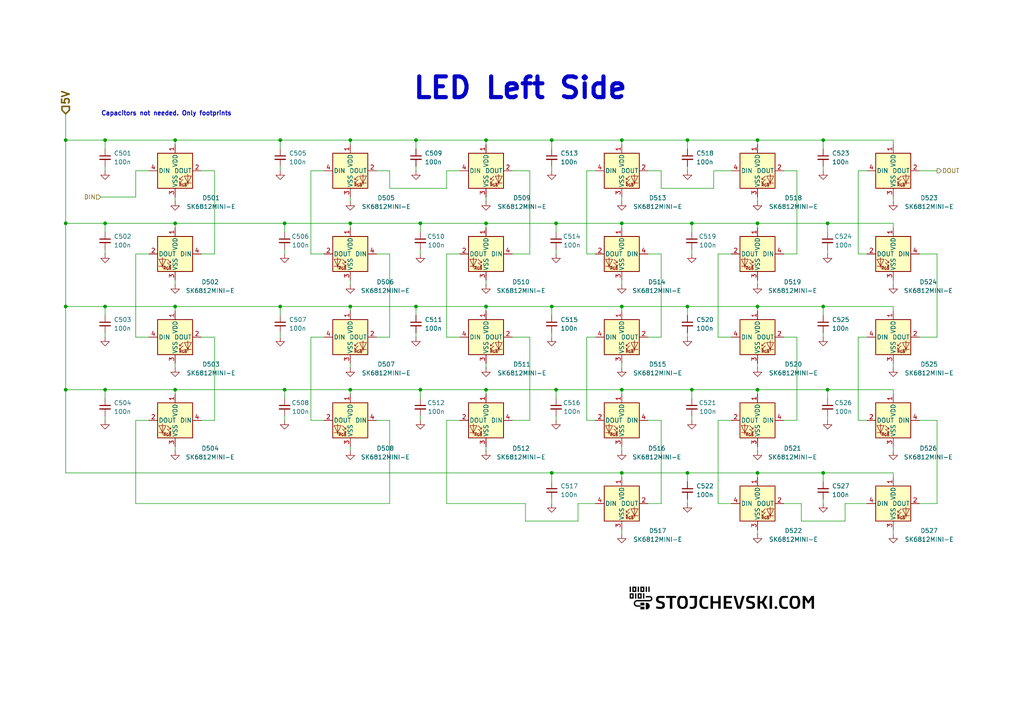
<source format=kicad_sch>
(kicad_sch (version 20231120) (generator "eeschema") (generator_version "8.0")
  (paper "A4")
  (title_block (title "phnx") (date "2024-03-14") (rev "A"))
  (lib_symbols
    (symbol "Device:C_Small" (pin_numbers hide) (pin_names (offset 0.254) hide)
      (property "Reference" "C" (at 0.254 1.778 0))
      (property "Value" "C_Small" (at 0.254 -2.032 0))
      (symbol "C_Small_0_1"
        (polyline (pts (xy -1.524 -0.508) (xy 1.524 -0.508)) (stroke (width 0.3302)))
        (polyline (pts (xy -1.524 0.508) (xy 1.524 0.508)) (stroke (width 0.3048)))
      )
      (symbol "C_Small_1_1"
        (pin passive line (at 0 2.54 270) (length 2.032) (name "~") (number "1"))
        (pin passive line (at 0 -2.54 90) (length 2.032) (name "~") (number "2"))
      )
    )
    (symbol "LED:SK6812MINI-E" (pin_names (offset 0.254))
      (property "Reference" "D" (at 5.08 5.715 0))
      (property "Value" "SK6812MINI-E" (at 1.27 -5.715 0))
      (symbol "SK6812MINI-E_0_0"
        (text "RGB" (at 2.286 -4.191 0) (effects (font (size 0.762 0.762))))
      )
      (symbol "SK6812MINI-E_0_1"
        (polyline (pts (xy 1.27 -3.556) (xy 1.778 -3.556)))
        (polyline (pts (xy 1.27 -2.54) (xy 1.778 -2.54)))
        (polyline (pts (xy 4.699 -3.556) (xy 2.667 -3.556)))
        (polyline (pts (xy 2.286 -2.54) (xy 1.27 -3.556) (xy 1.27 -3.048)))
        (polyline (pts (xy 2.286 -1.524) (xy 1.27 -2.54) (xy 1.27 -2.032)))
        (polyline (pts (xy 3.683 -1.016) (xy 3.683 -3.556) (xy 3.683 -4.064)))
        (polyline (pts (xy 4.699 -1.524) (xy 2.667 -1.524) (xy 3.683 -3.556) (xy 4.699 -1.524)))
        (rectangle (start 5.08 5.08) (end -5.08 -5.08) (stroke (width 0.254)) (fill (type background)))
      )
      (symbol "SK6812MINI-E_1_1"
        (pin power_in line (at 0 7.62 270) (length 2.54) (name "VDD") (number "1"))
        (pin output line (at 7.62 0 180) (length 2.54) (name "DOUT") (number "2"))
        (pin power_in line (at 0 -7.62 90) (length 2.54) (name "VSS") (number "3"))
        (pin input line (at -7.62 0 0) (length 2.54) (name "DIN") (number "4"))
      )
    )
    (symbol "power:GND" (power) (pin_numbers hide) (pin_names (offset 0) hide)
      (property "Value" "GND" (at 0 -3.81 0))
      (symbol "GND_0_1"
        (polyline (pts (xy 0 0) (xy 0 -1.27) (xy 1.27 -1.27) (xy 0 -2.54) (xy -1.27 -1.27) (xy 0 -1.27)))
      )
      (symbol "GND_1_1"
        (pin power_in line (at 0 0 270) (length 0) (name "~") (number "1"))
      )
    )
  )
  (junction (at 219.71 137.16))
  (junction (at 240.03 113.03))
  (junction (at 160.02 40.64))
  (junction (at 120.65 40.64))
  (junction (at 200.66 113.03))
  (junction (at 30.48 88.9))
  (junction (at 121.92 64.77))
  (junction (at 82.55 113.03))
  (junction (at 101.6 40.64))
  (junction (at 101.6 113.03))
  (junction (at 82.55 64.77))
  (junction (at 199.39 88.9))
  (junction (at 19.05 113.03))
  (junction (at 219.71 88.9))
  (junction (at 121.92 113.03))
  (junction (at 160.02 137.16))
  (junction (at 200.66 64.77))
  (junction (at 81.28 40.64))
  (junction (at 19.05 88.9))
  (junction (at 180.34 113.03))
  (junction (at 50.8 64.77))
  (junction (at 81.28 88.9))
  (junction (at 50.8 40.64))
  (junction (at 140.97 40.64))
  (junction (at 140.97 64.77))
  (junction (at 180.34 40.64))
  (junction (at 238.76 88.9))
  (junction (at 50.8 88.9))
  (junction (at 101.6 88.9))
  (junction (at 30.48 40.64))
  (junction (at 180.34 64.77))
  (junction (at 240.03 64.77))
  (junction (at 160.02 88.9))
  (junction (at 140.97 113.03))
  (junction (at 101.6 64.77))
  (junction (at 19.05 40.64))
  (junction (at 180.34 88.9))
  (junction (at 219.71 40.64))
  (junction (at 30.48 113.03))
  (junction (at 199.39 40.64))
  (junction (at 238.76 40.64))
  (junction (at 161.29 113.03))
  (junction (at 30.48 64.77))
  (junction (at 219.71 113.03))
  (junction (at 219.71 64.77))
  (junction (at 120.65 88.9))
  (junction (at 140.97 88.9))
  (junction (at 199.39 137.16))
  (junction (at 238.76 137.16))
  (junction (at 19.05 64.77))
  (junction (at 50.8 113.03))
  (junction (at 161.29 64.77))
  (junction (at 180.34 137.16))
  (wire (pts (xy 129.54 49.53) (xy 133.35 49.53)))
  (wire (pts (xy 62.23 49.53) (xy 62.23 73.66)))
  (wire (pts (xy 199.39 88.9) (xy 219.71 88.9)))
  (wire (pts (xy 199.39 40.64) (xy 219.71 40.64)))
  (wire (pts (xy 109.22 97.79) (xy 113.03 97.79)))
  (wire (pts (xy 43.18 121.92) (xy 39.37 121.92)))
  (wire (pts (xy 101.6 64.77) (xy 101.6 66.04)))
  (wire (pts (xy 219.71 64.77) (xy 219.71 66.04)))
  (wire (pts (xy 19.05 88.9) (xy 30.48 88.9)))
  (wire (pts (xy 219.71 40.64) (xy 219.71 41.91)))
  (wire (pts (xy 219.71 40.64) (xy 238.76 40.64)))
  (wire (pts (xy 208.28 97.79) (xy 212.09 97.79)))
  (wire (pts (xy 101.6 64.77) (xy 82.55 64.77)))
  (wire (pts (xy 101.6 113.03) (xy 101.6 114.3)))
  (wire (pts (xy 19.05 40.64) (xy 30.48 40.64)))
  (wire (pts (xy 199.39 40.64) (xy 199.39 43.18)))
  (wire (pts (xy 50.8 40.64) (xy 81.28 40.64)))
  (wire (pts (xy 172.72 73.66) (xy 170.18 73.66)))
  (wire (pts (xy 160.02 144.78) (xy 160.02 146.05)))
  (wire (pts (xy 180.34 129.54) (xy 180.34 130.81)))
  (wire (pts (xy 113.03 97.79) (xy 113.03 73.66)))
  (wire (pts (xy 101.6 88.9) (xy 101.6 90.17)))
  (wire (pts (xy 160.02 137.16) (xy 180.34 137.16)))
  (wire (pts (xy 180.34 57.15) (xy 180.34 58.42)))
  (wire (pts (xy 219.71 137.16) (xy 219.71 138.43)))
  (wire (pts (xy 30.48 40.64) (xy 30.48 43.18)))
  (wire (pts (xy 259.08 88.9) (xy 259.08 90.17)))
  (wire (pts (xy 29.21 57.15) (xy 39.37 57.15)))
  (wire (pts (xy 219.71 113.03) (xy 200.66 113.03)))
  (wire (pts (xy 259.08 137.16) (xy 259.08 138.43)))
  (wire (pts (xy 140.97 64.77) (xy 140.97 66.04)))
  (wire (pts (xy 19.05 137.16) (xy 160.02 137.16)))
  (wire (pts (xy 50.8 81.28) (xy 50.8 82.55)))
  (wire (pts (xy 180.34 64.77) (xy 180.34 66.04)))
  (wire (pts (xy 140.97 57.15) (xy 140.97 58.42)))
  (wire (pts (xy 101.6 105.41) (xy 101.6 106.68)))
  (wire (pts (xy 200.66 64.77) (xy 200.66 67.31)))
  (wire (pts (xy 259.08 113.03) (xy 240.03 113.03)))
  (wire (pts (xy 219.71 129.54) (xy 219.71 130.81)))
  (wire (pts (xy 266.7 146.05) (xy 271.78 146.05)))
  (wire (pts (xy 81.28 40.64) (xy 101.6 40.64)))
  (wire (pts (xy 200.66 120.65) (xy 200.66 121.92)))
  (wire (pts (xy 101.6 40.64) (xy 120.65 40.64)))
  (wire (pts (xy 160.02 88.9) (xy 180.34 88.9)))
  (wire (pts (xy 231.14 121.92) (xy 227.33 121.92)))
  (wire (pts (xy 101.6 113.03) (xy 82.55 113.03)))
  (wire (pts (xy 191.77 121.92) (xy 187.96 121.92)))
  (wire (pts (xy 152.4 146.05) (xy 129.54 146.05)))
  (wire (pts (xy 113.03 54.61) (xy 113.03 49.53)))
  (wire (pts (xy 152.4 151.13) (xy 167.64 151.13)))
  (wire (pts (xy 148.59 49.53) (xy 153.67 49.53)))
  (wire (pts (xy 39.37 49.53) (xy 43.18 49.53)))
  (wire (pts (xy 140.97 81.28) (xy 140.97 82.55)))
  (wire (pts (xy 208.28 73.66) (xy 208.28 97.79)))
  (wire (pts (xy 259.08 40.64) (xy 259.08 41.91)))
  (wire (pts (xy 50.8 64.77) (xy 82.55 64.77)))
  (wire (pts (xy 82.55 72.39) (xy 82.55 73.66)))
  (wire (pts (xy 259.08 81.28) (xy 259.08 82.55)))
  (wire (pts (xy 101.6 88.9) (xy 120.65 88.9)))
  (wire (pts (xy 259.08 153.67) (xy 259.08 154.94)))
  (wire (pts (xy 90.17 97.79) (xy 90.17 121.92)))
  (wire (pts (xy 161.29 120.65) (xy 161.29 121.92)))
  (wire (pts (xy 180.34 64.77) (xy 161.29 64.77)))
  (wire (pts (xy 113.03 49.53) (xy 109.22 49.53)))
  (wire (pts (xy 238.76 137.16) (xy 238.76 139.7)))
  (wire (pts (xy 133.35 121.92) (xy 129.54 121.92)))
  (wire (pts (xy 231.14 49.53) (xy 231.14 73.66)))
  (wire (pts (xy 180.34 88.9) (xy 180.34 90.17)))
  (wire (pts (xy 180.34 113.03) (xy 180.34 114.3)))
  (wire (pts (xy 199.39 48.26) (xy 199.39 49.53)))
  (wire (pts (xy 82.55 113.03) (xy 82.55 115.57)))
  (wire (pts (xy 212.09 73.66) (xy 208.28 73.66)))
  (wire (pts (xy 140.97 113.03) (xy 140.97 114.3)))
  (wire (pts (xy 248.92 121.92) (xy 248.92 97.79)))
  (wire (pts (xy 82.55 64.77) (xy 82.55 67.31)))
  (wire (pts (xy 30.48 40.64) (xy 50.8 40.64)))
  (wire (pts (xy 140.97 40.64) (xy 140.97 41.91)))
  (wire (pts (xy 50.8 64.77) (xy 50.8 66.04)))
  (wire (pts (xy 121.92 113.03) (xy 121.92 115.57)))
  (wire (pts (xy 180.34 105.41) (xy 180.34 106.68)))
  (wire (pts (xy 199.39 137.16) (xy 219.71 137.16)))
  (wire (pts (xy 121.92 64.77) (xy 121.92 67.31)))
  (wire (pts (xy 30.48 72.39) (xy 30.48 73.66)))
  (wire (pts (xy 50.8 129.54) (xy 50.8 130.81)))
  (wire (pts (xy 180.34 88.9) (xy 199.39 88.9)))
  (wire (pts (xy 231.14 73.66) (xy 227.33 73.66)))
  (wire (pts (xy 90.17 49.53) (xy 90.17 73.66)))
  (wire (pts (xy 160.02 40.64) (xy 160.02 43.18)))
  (wire (pts (xy 161.29 113.03) (xy 140.97 113.03)))
  (wire (pts (xy 219.71 105.41) (xy 219.71 106.68)))
  (wire (pts (xy 93.98 73.66) (xy 90.17 73.66)))
  (wire (pts (xy 50.8 113.03) (xy 82.55 113.03)))
  (wire (pts (xy 121.92 120.65) (xy 121.92 121.92)))
  (wire (pts (xy 58.42 97.79) (xy 62.23 97.79)))
  (wire (pts (xy 240.03 64.77) (xy 219.71 64.77)))
  (wire (pts (xy 199.39 88.9) (xy 199.39 91.44)))
  (wire (pts (xy 121.92 64.77) (xy 101.6 64.77)))
  (wire (pts (xy 81.28 40.64) (xy 81.28 43.18)))
  (wire (pts (xy 191.77 73.66) (xy 187.96 73.66)))
  (wire (pts (xy 19.05 33.02) (xy 19.05 40.64)))
  (wire (pts (xy 140.97 64.77) (xy 121.92 64.77)))
  (wire (pts (xy 240.03 113.03) (xy 240.03 115.57)))
  (wire (pts (xy 30.48 120.65) (xy 30.48 121.92)))
  (wire (pts (xy 245.11 151.13) (xy 245.11 146.05)))
  (wire (pts (xy 90.17 49.53) (xy 93.98 49.53)))
  (wire (pts (xy 238.76 48.26) (xy 238.76 49.53)))
  (wire (pts (xy 259.08 64.77) (xy 240.03 64.77)))
  (wire (pts (xy 207.01 49.53) (xy 212.09 49.53)))
  (wire (pts (xy 187.96 146.05) (xy 191.77 146.05)))
  (wire (pts (xy 19.05 64.77) (xy 19.05 88.9)))
  (wire (pts (xy 101.6 40.64) (xy 101.6 41.91)))
  (wire (pts (xy 259.08 64.77) (xy 259.08 66.04)))
  (wire (pts (xy 232.41 146.05) (xy 232.41 151.13)))
  (wire (pts (xy 30.48 64.77) (xy 50.8 64.77)))
  (wire (pts (xy 19.05 40.64) (xy 19.05 64.77)))
  (wire (pts (xy 153.67 97.79) (xy 153.67 121.92)))
  (wire (pts (xy 167.64 151.13) (xy 167.64 146.05)))
  (wire (pts (xy 101.6 81.28) (xy 101.6 82.55)))
  (wire (pts (xy 259.08 57.15) (xy 259.08 58.42)))
  (wire (pts (xy 199.39 96.52) (xy 199.39 97.79)))
  (wire (pts (xy 30.48 88.9) (xy 30.48 91.44)))
  (wire (pts (xy 113.03 73.66) (xy 109.22 73.66)))
  (wire (pts (xy 161.29 113.03) (xy 161.29 115.57)))
  (wire (pts (xy 39.37 121.92) (xy 39.37 146.05)))
  (wire (pts (xy 200.66 64.77) (xy 180.34 64.77)))
  (wire (pts (xy 219.71 137.16) (xy 238.76 137.16)))
  (wire (pts (xy 271.78 121.92) (xy 266.7 121.92)))
  (wire (pts (xy 153.67 121.92) (xy 148.59 121.92)))
  (wire (pts (xy 227.33 97.79) (xy 231.14 97.79)))
  (wire (pts (xy 140.97 88.9) (xy 160.02 88.9)))
  (wire (pts (xy 248.92 97.79) (xy 251.46 97.79)))
  (wire (pts (xy 199.39 144.78) (xy 199.39 146.05)))
  (wire (pts (xy 148.59 97.79) (xy 153.67 97.79)))
  (wire (pts (xy 129.54 121.92) (xy 129.54 146.05)))
  (wire (pts (xy 238.76 40.64) (xy 259.08 40.64)))
  (wire (pts (xy 62.23 121.92) (xy 58.42 121.92)))
  (wire (pts (xy 129.54 97.79) (xy 133.35 97.79)))
  (wire (pts (xy 191.77 146.05) (xy 191.77 121.92)))
  (wire (pts (xy 140.97 113.03) (xy 121.92 113.03)))
  (wire (pts (xy 187.96 49.53) (xy 191.77 49.53)))
  (wire (pts (xy 161.29 64.77) (xy 161.29 67.31)))
  (wire (pts (xy 180.34 40.64) (xy 180.34 41.91)))
  (wire (pts (xy 140.97 105.41) (xy 140.97 106.68)))
  (wire (pts (xy 120.65 40.64) (xy 140.97 40.64)))
  (wire (pts (xy 271.78 121.92) (xy 271.78 146.05)))
  (wire (pts (xy 120.65 88.9) (xy 120.65 91.44)))
  (wire (pts (xy 153.67 73.66) (xy 148.59 73.66)))
  (wire (pts (xy 39.37 97.79) (xy 43.18 97.79)))
  (wire (pts (xy 50.8 57.15) (xy 50.8 58.42)))
  (wire (pts (xy 160.02 88.9) (xy 160.02 91.44)))
  (wire (pts (xy 140.97 40.64) (xy 160.02 40.64)))
  (wire (pts (xy 200.66 113.03) (xy 180.34 113.03)))
  (wire (pts (xy 43.18 73.66) (xy 39.37 73.66)))
  (wire (pts (xy 180.34 81.28) (xy 180.34 82.55)))
  (wire (pts (xy 62.23 73.66) (xy 58.42 73.66)))
  (wire (pts (xy 238.76 88.9) (xy 238.76 91.44)))
  (wire (pts (xy 30.48 113.03) (xy 50.8 113.03)))
  (wire (pts (xy 251.46 73.66) (xy 248.92 73.66)))
  (wire (pts (xy 207.01 54.61) (xy 207.01 49.53)))
  (wire (pts (xy 160.02 48.26) (xy 160.02 49.53)))
  (wire (pts (xy 227.33 146.05) (xy 232.41 146.05)))
  (wire (pts (xy 238.76 40.64) (xy 238.76 43.18)))
  (wire (pts (xy 191.77 54.61) (xy 207.01 54.61)))
  (wire (pts (xy 19.05 113.03) (xy 19.05 137.16)))
  (wire (pts (xy 81.28 48.26) (xy 81.28 49.53)))
  (wire (pts (xy 81.28 96.52) (xy 81.28 97.79)))
  (wire (pts (xy 81.28 88.9) (xy 81.28 91.44)))
  (wire (pts (xy 19.05 64.77) (xy 30.48 64.77)))
  (wire (pts (xy 259.08 113.03) (xy 259.08 114.3)))
  (wire (pts (xy 120.65 40.64) (xy 120.65 43.18)))
  (wire (pts (xy 101.6 129.54) (xy 101.6 130.81)))
  (wire (pts (xy 129.54 73.66) (xy 129.54 97.79)))
  (wire (pts (xy 101.6 57.15) (xy 101.6 58.42)))
  (wire (pts (xy 82.55 120.65) (xy 82.55 121.92)))
  (wire (pts (xy 19.05 113.03) (xy 30.48 113.03)))
  (wire (pts (xy 39.37 146.05) (xy 113.03 146.05)))
  (wire (pts (xy 180.34 153.67) (xy 180.34 154.94)))
  (wire (pts (xy 208.28 121.92) (xy 208.28 146.05)))
  (wire (pts (xy 219.71 81.28) (xy 219.71 82.55)))
  (wire (pts (xy 191.77 97.79) (xy 191.77 73.66)))
  (wire (pts (xy 219.71 88.9) (xy 238.76 88.9)))
  (wire (pts (xy 248.92 49.53) (xy 251.46 49.53)))
  (wire (pts (xy 113.03 121.92) (xy 109.22 121.92)))
  (wire (pts (xy 212.09 121.92) (xy 208.28 121.92)))
  (wire (pts (xy 129.54 54.61) (xy 129.54 49.53)))
  (wire (pts (xy 200.66 72.39) (xy 200.66 73.66)))
  (wire (pts (xy 231.14 97.79) (xy 231.14 121.92)))
  (wire (pts (xy 240.03 64.77) (xy 240.03 67.31)))
  (wire (pts (xy 113.03 121.92) (xy 113.03 146.05)))
  (wire (pts (xy 81.28 88.9) (xy 101.6 88.9)))
  (wire (pts (xy 30.48 88.9) (xy 50.8 88.9)))
  (wire (pts (xy 238.76 96.52) (xy 238.76 97.79)))
  (wire (pts (xy 50.8 88.9) (xy 50.8 90.17)))
  (wire (pts (xy 153.67 49.53) (xy 153.67 73.66)))
  (wire (pts (xy 120.65 88.9) (xy 140.97 88.9)))
  (wire (pts (xy 58.42 49.53) (xy 62.23 49.53)))
  (wire (pts (xy 133.35 73.66) (xy 129.54 73.66)))
  (wire (pts (xy 172.72 121.92) (xy 170.18 121.92)))
  (wire (pts (xy 240.03 113.03) (xy 219.71 113.03)))
  (wire (pts (xy 39.37 49.53) (xy 39.37 57.15)))
  (wire (pts (xy 30.48 113.03) (xy 30.48 115.57)))
  (wire (pts (xy 160.02 137.16) (xy 160.02 139.7)))
  (wire (pts (xy 219.71 64.77) (xy 200.66 64.77)))
  (wire (pts (xy 121.92 113.03) (xy 101.6 113.03)))
  (wire (pts (xy 271.78 73.66) (xy 266.7 73.66)))
  (wire (pts (xy 62.23 97.79) (xy 62.23 121.92)))
  (wire (pts (xy 170.18 49.53) (xy 172.72 49.53)))
  (wire (pts (xy 30.48 48.26) (xy 30.48 49.53)))
  (wire (pts (xy 238.76 144.78) (xy 238.76 146.05)))
  (wire (pts (xy 50.8 113.03) (xy 50.8 114.3)))
  (wire (pts (xy 232.41 151.13) (xy 245.11 151.13)))
  (wire (pts (xy 240.03 72.39) (xy 240.03 73.66)))
  (wire (pts (xy 170.18 73.66) (xy 170.18 49.53)))
  (wire (pts (xy 50.8 88.9) (xy 81.28 88.9)))
  (wire (pts (xy 167.64 146.05) (xy 172.72 146.05)))
  (wire (pts (xy 30.48 64.77) (xy 30.48 67.31)))
  (wire (pts (xy 266.7 97.79) (xy 271.78 97.79)))
  (wire (pts (xy 259.08 105.41) (xy 259.08 106.68)))
  (wire (pts (xy 170.18 121.92) (xy 170.18 97.79)))
  (wire (pts (xy 90.17 97.79) (xy 93.98 97.79)))
  (wire (pts (xy 180.34 137.16) (xy 180.34 138.43)))
  (wire (pts (xy 191.77 49.53) (xy 191.77 54.61)))
  (wire (pts (xy 50.8 40.64) (xy 50.8 41.91)))
  (wire (pts (xy 259.08 129.54) (xy 259.08 130.81)))
  (wire (pts (xy 140.97 129.54) (xy 140.97 130.81)))
  (wire (pts (xy 160.02 40.64) (xy 180.34 40.64)))
  (wire (pts (xy 140.97 88.9) (xy 140.97 90.17)))
  (wire (pts (xy 199.39 137.16) (xy 199.39 139.7)))
  (wire (pts (xy 180.34 113.03) (xy 161.29 113.03)))
  (wire (pts (xy 200.66 113.03) (xy 200.66 115.57)))
  (wire (pts (xy 170.18 97.79) (xy 172.72 97.79)))
  (wire (pts (xy 120.65 48.26) (xy 120.65 49.53)))
  (wire (pts (xy 251.46 121.92) (xy 248.92 121.92)))
  (wire (pts (xy 266.7 49.53) (xy 271.78 49.53)))
  (wire (pts (xy 113.03 54.61) (xy 129.54 54.61)))
  (wire (pts (xy 180.34 40.64) (xy 199.39 40.64)))
  (wire (pts (xy 161.29 64.77) (xy 140.97 64.77)))
  (wire (pts (xy 39.37 73.66) (xy 39.37 97.79)))
  (wire (pts (xy 238.76 137.16) (xy 259.08 137.16)))
  (wire (pts (xy 93.98 121.92) (xy 90.17 121.92)))
  (wire (pts (xy 271.78 97.79) (xy 271.78 73.66)))
  (wire (pts (xy 160.02 96.52) (xy 160.02 97.79)))
  (wire (pts (xy 208.28 146.05) (xy 212.09 146.05)))
  (wire (pts (xy 240.03 120.65) (xy 240.03 121.92)))
  (wire (pts (xy 30.48 96.52) (xy 30.48 97.79)))
  (wire (pts (xy 161.29 72.39) (xy 161.29 73.66)))
  (wire (pts (xy 219.71 88.9) (xy 219.71 90.17)))
  (wire (pts (xy 245.11 146.05) (xy 251.46 146.05)))
  (wire (pts (xy 121.92 72.39) (xy 121.92 73.66)))
  (wire (pts (xy 227.33 49.53) (xy 231.14 49.53)))
  (wire (pts (xy 248.92 73.66) (xy 248.92 49.53)))
  (wire (pts (xy 152.4 146.05) (xy 152.4 151.13)))
  (wire (pts (xy 19.05 88.9) (xy 19.05 113.03)))
  (wire (pts (xy 180.34 137.16) (xy 199.39 137.16)))
  (wire (pts (xy 120.65 96.52) (xy 120.65 97.79)))
  (wire (pts (xy 50.8 105.41) (xy 50.8 106.68)))
  (wire (pts (xy 219.71 113.03) (xy 219.71 114.3)))
  (wire (pts (xy 187.96 97.79) (xy 191.77 97.79)))
  (wire (pts (xy 219.71 57.15) (xy 219.71 58.42)))
  (wire (pts (xy 219.71 153.67) (xy 219.71 154.94)))
  (wire (pts (xy 238.76 88.9) (xy 259.08 88.9)))
  (image (at 209.55 173.99) (scale 0.132712))
  (text "Capacitors not needed. Only footprints" (at 48.26 33.02 0) (effects (font (size 1.27 1.27) (bold yes))))
  (text "LED Left Side" (at 119.38 29.21 0) (effects (font (size 6 6) (thickness 1.2) (bold yes)) (justify left bottom)))
  (hierarchical_label "DOUT" (shape output) (at 271.78 49.53 0))
  (hierarchical_label "5V" (shape input) (at 19.05 33.02 90) (effects (font (size 2.159 2.159) (bold yes))))
  (hierarchical_label "DIN" (shape input) (at 29.21 57.15 180))
  (symbol (lib_id "power:GND") (at 200.66 73.66 0) (mirror y) (unit 1)
    (property "Reference" "#PWR0538" (effects (hide yes)))
    (property "Value" "GND" (effects (hide yes)))
    (property "Description" "Power symbol creates a global label with name \"GND\" , ground" (effects (hide yes)))
  )
  (symbol (lib_id "LED:SK6812MINI-E") (at 259.08 97.79 0) (unit 1)
    (property "Reference" "D525" (at 269.494 105.664 0))
    (property "Value" "SK6812MINI-E" (at 269.494 108.204 0))
    (property "Footprint" "LED_SMD:LED_SK6812MINI-E_3.2x2.8mm_P1.5mm-INVERTED" (effects (hide yes)))
    (property "Datasheet" "https://cdn-shop.adafruit.com/product-files/2686/SK6812MINI_REV.01-1-2.pdf" (effects (hide yes)))
    (property "Description" "RGB LED with integrated controller" (effects (hide yes)))
  )
  (symbol (lib_id "power:GND") (at 161.29 73.66 0) (mirror y) (unit 1)
    (property "Reference" "#PWR0528" (effects (hide yes)))
    (property "Value" "GND" (effects (hide yes)))
    (property "Description" "Power symbol creates a global label with name \"GND\" , ground" (effects (hide yes)))
  )
  (symbol (lib_id "power:GND") (at 238.76 97.79 0) (unit 1)
    (property "Reference" "#PWR0546" (effects (hide yes)))
    (property "Value" "GND" (effects (hide yes)))
    (property "Description" "Power symbol creates a global label with name \"GND\" , ground" (effects (hide yes)))
  )
  (symbol (lib_id "Device:C_Small") (at 160.02 93.98 0) (unit 1)
    (property "Reference" "C515" (at 162.56 92.7162 0) (effects (justify left)))
    (property "Value" "100n" (at 162.56 95.2562 0) (effects (justify left)))
    (property "Footprint" "Capacitor_SMD:C_0603_1608Metric" (effects (hide yes)))
    (property "Description" "Unpolarized capacitor, small symbol" (effects (hide yes)))
  )
  (symbol (lib_id "power:GND") (at 121.92 121.92 0) (mirror y) (unit 1)
    (property "Reference" "#PWR0520" (effects (hide yes)))
    (property "Value" "GND" (effects (hide yes)))
    (property "Description" "Power symbol creates a global label with name \"GND\" , ground" (effects (hide yes)))
  )
  (symbol (lib_id "LED:SK6812MINI-E") (at 219.71 49.53 0) (unit 1)
    (property "Reference" "D518" (at 230.124 57.404 0))
    (property "Value" "SK6812MINI-E" (at 230.124 59.944 0))
    (property "Footprint" "LED_SMD:LED_SK6812MINI-E_3.2x2.8mm_P1.5mm-INVERTED" (effects (hide yes)))
    (property "Datasheet" "https://cdn-shop.adafruit.com/product-files/2686/SK6812MINI_REV.01-1-2.pdf" (effects (hide yes)))
    (property "Description" "RGB LED with integrated controller" (effects (hide yes)))
  )
  (symbol (lib_id "power:GND") (at 50.8 106.68 0) (unit 1)
    (property "Reference" "#PWR0507" (effects (hide yes)))
    (property "Value" "GND" (effects (hide yes)))
    (property "Description" "Power symbol creates a global label with name \"GND\" , ground" (effects (hide yes)))
  )
  (symbol (lib_id "Device:C_Small") (at 240.03 69.85 0) (mirror y) (unit 1)
    (property "Reference" "C524" (at 247.142 68.58 0) (effects (justify left)))
    (property "Value" "100n" (at 247.142 71.12 0) (effects (justify left)))
    (property "Footprint" "Capacitor_SMD:C_0603_1608Metric" (effects (hide yes)))
    (property "Description" "Unpolarized capacitor, small symbol" (effects (hide yes)))
  )
  (symbol (lib_id "Device:C_Small") (at 240.03 118.11 0) (mirror y) (unit 1)
    (property "Reference" "C526" (at 247.142 116.84 0) (effects (justify left)))
    (property "Value" "100n" (at 247.142 119.38 0) (effects (justify left)))
    (property "Footprint" "Capacitor_SMD:C_0603_1608Metric" (effects (hide yes)))
    (property "Description" "Unpolarized capacitor, small symbol" (effects (hide yes)))
  )
  (symbol (lib_id "Device:C_Small") (at 199.39 45.72 0) (unit 1)
    (property "Reference" "C518" (at 201.93 44.4562 0) (effects (justify left)))
    (property "Value" "100n" (at 201.93 46.9962 0) (effects (justify left)))
    (property "Footprint" "Capacitor_SMD:C_0603_1608Metric" (effects (hide yes)))
    (property "Description" "Unpolarized capacitor, small symbol" (effects (hide yes)))
  )
  (symbol (lib_id "power:GND") (at 259.08 154.94 0) (unit 1)
    (property "Reference" "#PWR0554" (effects (hide yes)))
    (property "Value" "GND" (effects (hide yes)))
    (property "Description" "Power symbol creates a global label with name \"GND\" , ground" (effects (hide yes)))
  )
  (symbol (lib_id "LED:SK6812MINI-E") (at 180.34 73.66 0) (mirror y) (unit 1)
    (property "Reference" "D514" (at 190.5 81.788 0))
    (property "Value" "SK6812MINI-E" (at 190.5 84.328 0))
    (property "Footprint" "LED_SMD:LED_SK6812MINI-E_3.2x2.8mm_P1.5mm-INVERTED" (effects (hide yes)))
    (property "Datasheet" "https://cdn-shop.adafruit.com/product-files/2686/SK6812MINI_REV.01-1-2.pdf" (effects (hide yes)))
    (property "Description" "RGB LED with integrated controller" (effects (hide yes)))
  )
  (symbol (lib_id "power:GND") (at 101.6 82.55 0) (mirror y) (unit 1)
    (property "Reference" "#PWR0514" (effects (hide yes)))
    (property "Value" "GND" (effects (hide yes)))
    (property "Description" "Power symbol creates a global label with name \"GND\" , ground" (effects (hide yes)))
  )
  (symbol (lib_id "LED:SK6812MINI-E") (at 50.8 97.79 0) (unit 1)
    (property "Reference" "D503" (at 61.214 105.664 0))
    (property "Value" "SK6812MINI-E" (at 61.214 108.204 0))
    (property "Footprint" "LED_SMD:LED_SK6812MINI-E_3.2x2.8mm_P1.5mm-INVERTED" (effects (hide yes)))
    (property "Datasheet" "https://cdn-shop.adafruit.com/product-files/2686/SK6812MINI_REV.01-1-2.pdf" (effects (hide yes)))
    (property "Description" "RGB LED with integrated controller" (effects (hide yes)))
  )
  (symbol (lib_id "power:GND") (at 219.71 106.68 0) (unit 1)
    (property "Reference" "#PWR0542" (effects (hide yes)))
    (property "Value" "GND" (effects (hide yes)))
    (property "Description" "Power symbol creates a global label with name \"GND\" , ground" (effects (hide yes)))
  )
  (symbol (lib_id "LED:SK6812MINI-E") (at 140.97 49.53 0) (unit 1)
    (property "Reference" "D509" (at 151.384 57.404 0))
    (property "Value" "SK6812MINI-E" (at 151.384 59.944 0))
    (property "Footprint" "LED_SMD:LED_SK6812MINI-E_3.2x2.8mm_P1.5mm-INVERTED" (effects (hide yes)))
    (property "Datasheet" "https://cdn-shop.adafruit.com/product-files/2686/SK6812MINI_REV.01-1-2.pdf" (effects (hide yes)))
    (property "Description" "RGB LED with integrated controller" (effects (hide yes)))
  )
  (symbol (lib_id "Device:C_Small") (at 120.65 93.98 0) (unit 1)
    (property "Reference" "C511" (at 123.19 92.7162 0) (effects (justify left)))
    (property "Value" "100n" (at 123.19 95.2562 0) (effects (justify left)))
    (property "Footprint" "Capacitor_SMD:C_0603_1608Metric" (effects (hide yes)))
    (property "Description" "Unpolarized capacitor, small symbol" (effects (hide yes)))
  )
  (symbol (lib_id "power:GND") (at 30.48 73.66 0) (unit 1)
    (property "Reference" "#PWR0502" (effects (hide yes)))
    (property "Value" "GND" (effects (hide yes)))
    (property "Description" "Power symbol creates a global label with name \"GND\" , ground" (effects (hide yes)))
  )
  (symbol (lib_id "Device:C_Small") (at 121.92 118.11 0) (mirror y) (unit 1)
    (property "Reference" "C512" (at 129.032 116.84 0) (effects (justify left)))
    (property "Value" "100n" (at 129.032 119.38 0) (effects (justify left)))
    (property "Footprint" "Capacitor_SMD:C_0603_1608Metric" (effects (hide yes)))
    (property "Description" "Unpolarized capacitor, small symbol" (effects (hide yes)))
  )
  (symbol (lib_id "Device:C_Small") (at 238.76 93.98 0) (unit 1)
    (property "Reference" "C525" (at 241.3 92.7162 0) (effects (justify left)))
    (property "Value" "100n" (at 241.3 95.2562 0) (effects (justify left)))
    (property "Footprint" "Capacitor_SMD:C_0603_1608Metric" (effects (hide yes)))
    (property "Description" "Unpolarized capacitor, small symbol" (effects (hide yes)))
  )
  (symbol (lib_id "LED:SK6812MINI-E") (at 259.08 121.92 0) (mirror y) (unit 1)
    (property "Reference" "D526" (at 269.24 130.048 0))
    (property "Value" "SK6812MINI-E" (at 269.24 132.588 0))
    (property "Footprint" "LED_SMD:LED_SK6812MINI-E_3.2x2.8mm_P1.5mm-INVERTED" (effects (hide yes)))
    (property "Datasheet" "https://cdn-shop.adafruit.com/product-files/2686/SK6812MINI_REV.01-1-2.pdf" (effects (hide yes)))
    (property "Description" "RGB LED with integrated controller" (effects (hide yes)))
  )
  (symbol (lib_id "Device:C_Small") (at 160.02 142.24 0) (unit 1)
    (property "Reference" "C517" (at 162.56 140.9762 0) (effects (justify left)))
    (property "Value" "100n" (at 162.56 143.5162 0) (effects (justify left)))
    (property "Footprint" "Capacitor_SMD:C_0603_1608Metric" (effects (hide yes)))
    (property "Description" "Unpolarized capacitor, small symbol" (effects (hide yes)))
  )
  (symbol (lib_id "power:GND") (at 238.76 146.05 0) (unit 1)
    (property "Reference" "#PWR0547" (effects (hide yes)))
    (property "Value" "GND" (effects (hide yes)))
    (property "Description" "Power symbol creates a global label with name \"GND\" , ground" (effects (hide yes)))
  )
  (symbol (lib_id "power:GND") (at 180.34 58.42 0) (unit 1)
    (property "Reference" "#PWR0530" (effects (hide yes)))
    (property "Value" "GND" (effects (hide yes)))
    (property "Description" "Power symbol creates a global label with name \"GND\" , ground" (effects (hide yes)))
  )
  (symbol (lib_id "power:GND") (at 81.28 97.79 0) (unit 1)
    (property "Reference" "#PWR0510" (effects (hide yes)))
    (property "Value" "GND" (effects (hide yes)))
    (property "Description" "Power symbol creates a global label with name \"GND\" , ground" (effects (hide yes)))
  )
  (symbol (lib_id "power:GND") (at 140.97 58.42 0) (unit 1)
    (property "Reference" "#PWR0521" (effects (hide yes)))
    (property "Value" "GND" (effects (hide yes)))
    (property "Description" "Power symbol creates a global label with name \"GND\" , ground" (effects (hide yes)))
  )
  (symbol (lib_id "LED:SK6812MINI-E") (at 219.71 146.05 0) (unit 1)
    (property "Reference" "D522" (at 230.124 153.924 0))
    (property "Value" "SK6812MINI-E" (at 230.124 156.464 0))
    (property "Footprint" "LED_SMD:LED_SK6812MINI-E_3.2x2.8mm_P1.5mm-INVERTED" (effects (hide yes)))
    (property "Datasheet" "https://cdn-shop.adafruit.com/product-files/2686/SK6812MINI_REV.01-1-2.pdf" (effects (hide yes)))
    (property "Description" "RGB LED with integrated controller" (effects (hide yes)))
  )
  (symbol (lib_id "LED:SK6812MINI-E") (at 180.34 121.92 0) (mirror y) (unit 1)
    (property "Reference" "D516" (at 190.5 130.048 0))
    (property "Value" "SK6812MINI-E" (at 190.5 132.588 0))
    (property "Footprint" "LED_SMD:LED_SK6812MINI-E_3.2x2.8mm_P1.5mm-INVERTED" (effects (hide yes)))
    (property "Datasheet" "https://cdn-shop.adafruit.com/product-files/2686/SK6812MINI_REV.01-1-2.pdf" (effects (hide yes)))
    (property "Description" "RGB LED with integrated controller" (effects (hide yes)))
  )
  (symbol (lib_id "Device:C_Small") (at 120.65 45.72 0) (unit 1)
    (property "Reference" "C509" (at 123.19 44.4562 0) (effects (justify left)))
    (property "Value" "100n" (at 123.19 46.9962 0) (effects (justify left)))
    (property "Footprint" "Capacitor_SMD:C_0603_1608Metric" (effects (hide yes)))
    (property "Description" "Unpolarized capacitor, small symbol" (effects (hide yes)))
  )
  (symbol (lib_id "power:GND") (at 101.6 130.81 0) (mirror y) (unit 1)
    (property "Reference" "#PWR0516" (effects (hide yes)))
    (property "Value" "GND" (effects (hide yes)))
    (property "Description" "Power symbol creates a global label with name \"GND\" , ground" (effects (hide yes)))
  )
  (symbol (lib_id "power:GND") (at 259.08 58.42 0) (unit 1)
    (property "Reference" "#PWR0550" (effects (hide yes)))
    (property "Value" "GND" (effects (hide yes)))
    (property "Description" "Power symbol creates a global label with name \"GND\" , ground" (effects (hide yes)))
  )
  (symbol (lib_id "power:GND") (at 82.55 121.92 0) (mirror y) (unit 1)
    (property "Reference" "#PWR0512" (effects (hide yes)))
    (property "Value" "GND" (effects (hide yes)))
    (property "Description" "Power symbol creates a global label with name \"GND\" , ground" (effects (hide yes)))
  )
  (symbol (lib_id "LED:SK6812MINI-E") (at 101.6 97.79 0) (unit 1)
    (property "Reference" "D507" (at 112.014 105.664 0))
    (property "Value" "SK6812MINI-E" (at 112.014 108.204 0))
    (property "Footprint" "LED_SMD:LED_SK6812MINI-E_3.2x2.8mm_P1.5mm-INVERTED" (effects (hide yes)))
    (property "Datasheet" "https://cdn-shop.adafruit.com/product-files/2686/SK6812MINI_REV.01-1-2.pdf" (effects (hide yes)))
    (property "Description" "RGB LED with integrated controller" (effects (hide yes)))
  )
  (symbol (lib_id "power:GND") (at 140.97 106.68 0) (unit 1)
    (property "Reference" "#PWR0523" (effects (hide yes)))
    (property "Value" "GND" (effects (hide yes)))
    (property "Description" "Power symbol creates a global label with name \"GND\" , ground" (effects (hide yes)))
  )
  (symbol (lib_id "LED:SK6812MINI-E") (at 101.6 73.66 0) (mirror y) (unit 1)
    (property "Reference" "D506" (at 111.76 81.788 0))
    (property "Value" "SK6812MINI-E" (at 111.76 84.328 0))
    (property "Footprint" "LED_SMD:LED_SK6812MINI-E_3.2x2.8mm_P1.5mm-INVERTED" (effects (hide yes)))
    (property "Datasheet" "https://cdn-shop.adafruit.com/product-files/2686/SK6812MINI_REV.01-1-2.pdf" (effects (hide yes)))
    (property "Description" "RGB LED with integrated controller" (effects (hide yes)))
  )
  (symbol (lib_id "power:GND") (at 30.48 97.79 0) (unit 1)
    (property "Reference" "#PWR0503" (effects (hide yes)))
    (property "Value" "GND" (effects (hide yes)))
    (property "Description" "Power symbol creates a global label with name \"GND\" , ground" (effects (hide yes)))
  )
  (symbol (lib_id "power:GND") (at 160.02 49.53 0) (unit 1)
    (property "Reference" "#PWR0525" (effects (hide yes)))
    (property "Value" "GND" (effects (hide yes)))
    (property "Description" "Power symbol creates a global label with name \"GND\" , ground" (effects (hide yes)))
  )
  (symbol (lib_id "power:GND") (at 259.08 130.81 0) (mirror y) (unit 1)
    (property "Reference" "#PWR0553" (effects (hide yes)))
    (property "Value" "GND" (effects (hide yes)))
    (property "Description" "Power symbol creates a global label with name \"GND\" , ground" (effects (hide yes)))
  )
  (symbol (lib_id "Device:C_Small") (at 82.55 118.11 0) (mirror y) (unit 1)
    (property "Reference" "C508" (at 89.662 116.84 0) (effects (justify left)))
    (property "Value" "100n" (at 89.662 119.38 0) (effects (justify left)))
    (property "Footprint" "Capacitor_SMD:C_0603_1608Metric" (effects (hide yes)))
    (property "Description" "Unpolarized capacitor, small symbol" (effects (hide yes)))
  )
  (symbol (lib_id "LED:SK6812MINI-E") (at 140.97 121.92 0) (mirror y) (unit 1)
    (property "Reference" "D512" (at 151.13 130.048 0))
    (property "Value" "SK6812MINI-E" (at 151.13 132.588 0))
    (property "Footprint" "LED_SMD:LED_SK6812MINI-E_3.2x2.8mm_P1.5mm-INVERTED" (effects (hide yes)))
    (property "Datasheet" "https://cdn-shop.adafruit.com/product-files/2686/SK6812MINI_REV.01-1-2.pdf" (effects (hide yes)))
    (property "Description" "RGB LED with integrated controller" (effects (hide yes)))
  )
  (symbol (lib_id "power:GND") (at 50.8 58.42 0) (unit 1)
    (property "Reference" "#PWR0505" (effects (hide yes)))
    (property "Value" "GND" (effects (hide yes)))
    (property "Description" "Power symbol creates a global label with name \"GND\" , ground" (effects (hide yes)))
  )
  (symbol (lib_id "power:GND") (at 180.34 154.94 0) (unit 1)
    (property "Reference" "#PWR0534" (effects (hide yes)))
    (property "Value" "GND" (effects (hide yes)))
    (property "Description" "Power symbol creates a global label with name \"GND\" , ground" (effects (hide yes)))
  )
  (symbol (lib_id "power:GND") (at 219.71 58.42 0) (unit 1)
    (property "Reference" "#PWR0540" (effects (hide yes)))
    (property "Value" "GND" (effects (hide yes)))
    (property "Description" "Power symbol creates a global label with name \"GND\" , ground" (effects (hide yes)))
  )
  (symbol (lib_id "LED:SK6812MINI-E") (at 101.6 49.53 0) (unit 1)
    (property "Reference" "D505" (at 112.014 57.404 0))
    (property "Value" "SK6812MINI-E" (at 112.014 59.944 0))
    (property "Footprint" "LED_SMD:LED_SK6812MINI-E_3.2x2.8mm_P1.5mm-INVERTED" (effects (hide yes)))
    (property "Datasheet" "https://cdn-shop.adafruit.com/product-files/2686/SK6812MINI_REV.01-1-2.pdf" (effects (hide yes)))
    (property "Description" "RGB LED with integrated controller" (effects (hide yes)))
  )
  (symbol (lib_id "power:GND") (at 240.03 121.92 0) (mirror y) (unit 1)
    (property "Reference" "#PWR0549" (effects (hide yes)))
    (property "Value" "GND" (effects (hide yes)))
    (property "Description" "Power symbol creates a global label with name \"GND\" , ground" (effects (hide yes)))
  )
  (symbol (lib_id "power:GND") (at 160.02 146.05 0) (unit 1)
    (property "Reference" "#PWR0527" (effects (hide yes)))
    (property "Value" "GND" (effects (hide yes)))
    (property "Description" "Power symbol creates a global label with name \"GND\" , ground" (effects (hide yes)))
  )
  (symbol (lib_id "power:GND") (at 240.03 73.66 0) (mirror y) (unit 1)
    (property "Reference" "#PWR0548" (effects (hide yes)))
    (property "Value" "GND" (effects (hide yes)))
    (property "Description" "Power symbol creates a global label with name \"GND\" , ground" (effects (hide yes)))
  )
  (symbol (lib_id "LED:SK6812MINI-E") (at 50.8 121.92 0) (mirror y) (unit 1)
    (property "Reference" "D504" (at 60.96 130.048 0))
    (property "Value" "SK6812MINI-E" (at 60.96 132.588 0))
    (property "Footprint" "LED_SMD:LED_SK6812MINI-E_3.2x2.8mm_P1.5mm-INVERTED" (effects (hide yes)))
    (property "Datasheet" "https://cdn-shop.adafruit.com/product-files/2686/SK6812MINI_REV.01-1-2.pdf" (effects (hide yes)))
    (property "Description" "RGB LED with integrated controller" (effects (hide yes)))
  )
  (symbol (lib_id "Device:C_Small") (at 82.55 69.85 0) (mirror y) (unit 1)
    (property "Reference" "C506" (at 89.662 68.58 0) (effects (justify left)))
    (property "Value" "100n" (at 89.662 71.12 0) (effects (justify left)))
    (property "Footprint" "Capacitor_SMD:C_0603_1608Metric" (effects (hide yes)))
    (property "Description" "Unpolarized capacitor, small symbol" (effects (hide yes)))
  )
  (symbol (lib_id "LED:SK6812MINI-E") (at 259.08 146.05 0) (unit 1)
    (property "Reference" "D527" (at 269.494 153.924 0))
    (property "Value" "SK6812MINI-E" (at 269.494 156.464 0))
    (property "Footprint" "LED_SMD:LED_SK6812MINI-E_3.2x2.8mm_P1.5mm-INVERTED" (effects (hide yes)))
    (property "Datasheet" "https://cdn-shop.adafruit.com/product-files/2686/SK6812MINI_REV.01-1-2.pdf" (effects (hide yes)))
    (property "Description" "RGB LED with integrated controller" (effects (hide yes)))
  )
  (symbol (lib_id "Device:C_Small") (at 30.48 93.98 0) (unit 1)
    (property "Reference" "C503" (at 33.02 92.7162 0) (effects (justify left)))
    (property "Value" "100n" (at 33.02 95.2562 0) (effects (justify left)))
    (property "Footprint" "Capacitor_SMD:C_0603_1608Metric" (effects (hide yes)))
    (property "Description" "Unpolarized capacitor, small symbol" (effects (hide yes)))
  )
  (symbol (lib_id "power:GND") (at 120.65 49.53 0) (unit 1)
    (property "Reference" "#PWR0517" (effects (hide yes)))
    (property "Value" "GND" (effects (hide yes)))
    (property "Description" "Power symbol creates a global label with name \"GND\" , ground" (effects (hide yes)))
  )
  (symbol (lib_id "power:GND") (at 259.08 106.68 0) (unit 1)
    (property "Reference" "#PWR0552" (effects (hide yes)))
    (property "Value" "GND" (effects (hide yes)))
    (property "Description" "Power symbol creates a global label with name \"GND\" , ground" (effects (hide yes)))
  )
  (symbol (lib_id "Device:C_Small") (at 81.28 93.98 0) (unit 1)
    (property "Reference" "C507" (at 83.82 92.7162 0) (effects (justify left)))
    (property "Value" "100n" (at 83.82 95.2562 0) (effects (justify left)))
    (property "Footprint" "Capacitor_SMD:C_0603_1608Metric" (effects (hide yes)))
    (property "Description" "Unpolarized capacitor, small symbol" (effects (hide yes)))
  )
  (symbol (lib_id "power:GND") (at 259.08 82.55 0) (mirror y) (unit 1)
    (property "Reference" "#PWR0551" (effects (hide yes)))
    (property "Value" "GND" (effects (hide yes)))
    (property "Description" "Power symbol creates a global label with name \"GND\" , ground" (effects (hide yes)))
  )
  (symbol (lib_id "power:GND") (at 50.8 130.81 0) (mirror y) (unit 1)
    (property "Reference" "#PWR0508" (effects (hide yes)))
    (property "Value" "GND" (effects (hide yes)))
    (property "Description" "Power symbol creates a global label with name \"GND\" , ground" (effects (hide yes)))
  )
  (symbol (lib_id "Device:C_Small") (at 161.29 118.11 0) (mirror y) (unit 1)
    (property "Reference" "C516" (at 168.402 116.84 0) (effects (justify left)))
    (property "Value" "100n" (at 168.402 119.38 0) (effects (justify left)))
    (property "Footprint" "Capacitor_SMD:C_0603_1608Metric" (effects (hide yes)))
    (property "Description" "Unpolarized capacitor, small symbol" (effects (hide yes)))
  )
  (symbol (lib_id "power:GND") (at 121.92 73.66 0) (mirror y) (unit 1)
    (property "Reference" "#PWR0519" (effects (hide yes)))
    (property "Value" "GND" (effects (hide yes)))
    (property "Description" "Power symbol creates a global label with name \"GND\" , ground" (effects (hide yes)))
  )
  (symbol (lib_id "LED:SK6812MINI-E") (at 180.34 49.53 0) (unit 1)
    (property "Reference" "D513" (at 190.754 57.404 0))
    (property "Value" "SK6812MINI-E" (at 190.754 59.944 0))
    (property "Footprint" "LED_SMD:LED_SK6812MINI-E_3.2x2.8mm_P1.5mm-INVERTED" (effects (hide yes)))
    (property "Datasheet" "https://cdn-shop.adafruit.com/product-files/2686/SK6812MINI_REV.01-1-2.pdf" (effects (hide yes)))
    (property "Description" "RGB LED with integrated controller" (effects (hide yes)))
  )
  (symbol (lib_id "power:GND") (at 81.28 49.53 0) (unit 1)
    (property "Reference" "#PWR0509" (effects (hide yes)))
    (property "Value" "GND" (effects (hide yes)))
    (property "Description" "Power symbol creates a global label with name \"GND\" , ground" (effects (hide yes)))
  )
  (symbol (lib_id "power:GND") (at 180.34 130.81 0) (mirror y) (unit 1)
    (property "Reference" "#PWR0533" (effects (hide yes)))
    (property "Value" "GND" (effects (hide yes)))
    (property "Description" "Power symbol creates a global label with name \"GND\" , ground" (effects (hide yes)))
  )
  (symbol (lib_id "power:GND") (at 101.6 106.68 0) (unit 1)
    (property "Reference" "#PWR0515" (effects (hide yes)))
    (property "Value" "GND" (effects (hide yes)))
    (property "Description" "Power symbol creates a global label with name \"GND\" , ground" (effects (hide yes)))
  )
  (symbol (lib_id "LED:SK6812MINI-E") (at 180.34 146.05 0) (unit 1)
    (property "Reference" "D517" (at 190.754 153.924 0))
    (property "Value" "SK6812MINI-E" (at 190.754 156.464 0))
    (property "Footprint" "LED_SMD:LED_SK6812MINI-E_3.2x2.8mm_P1.5mm-INVERTED" (effects (hide yes)))
    (property "Datasheet" "https://cdn-shop.adafruit.com/product-files/2686/SK6812MINI_REV.01-1-2.pdf" (effects (hide yes)))
    (property "Description" "RGB LED with integrated controller" (effects (hide yes)))
  )
  (symbol (lib_id "LED:SK6812MINI-E") (at 219.71 121.92 0) (mirror y) (unit 1)
    (property "Reference" "D521" (at 229.87 130.048 0))
    (property "Value" "SK6812MINI-E" (at 229.87 132.588 0))
    (property "Footprint" "LED_SMD:LED_SK6812MINI-E_3.2x2.8mm_P1.5mm-INVERTED" (effects (hide yes)))
    (property "Datasheet" "https://cdn-shop.adafruit.com/product-files/2686/SK6812MINI_REV.01-1-2.pdf" (effects (hide yes)))
    (property "Description" "RGB LED with integrated controller" (effects (hide yes)))
  )
  (symbol (lib_id "Device:C_Small") (at 30.48 118.11 0) (unit 1)
    (property "Reference" "C504" (at 33.02 116.8462 0) (effects (justify left)))
    (property "Value" "100n" (at 33.02 119.3862 0) (effects (justify left)))
    (property "Footprint" "Capacitor_SMD:C_0603_1608Metric" (effects (hide yes)))
    (property "Description" "Unpolarized capacitor, small symbol" (effects (hide yes)))
  )
  (symbol (lib_id "Device:C_Small") (at 238.76 142.24 0) (unit 1)
    (property "Reference" "C527" (at 241.3 140.9762 0) (effects (justify left)))
    (property "Value" "100n" (at 241.3 143.5162 0) (effects (justify left)))
    (property "Footprint" "Capacitor_SMD:C_0603_1608Metric" (effects (hide yes)))
    (property "Description" "Unpolarized capacitor, small symbol" (effects (hide yes)))
  )
  (symbol (lib_id "LED:SK6812MINI-E") (at 259.08 73.66 0) (mirror y) (unit 1)
    (property "Reference" "D524" (at 269.24 81.788 0))
    (property "Value" "SK6812MINI-E" (at 269.24 84.328 0))
    (property "Footprint" "LED_SMD:LED_SK6812MINI-E_3.2x2.8mm_P1.5mm-INVERTED" (effects (hide yes)))
    (property "Datasheet" "https://cdn-shop.adafruit.com/product-files/2686/SK6812MINI_REV.01-1-2.pdf" (effects (hide yes)))
    (property "Description" "RGB LED with integrated controller" (effects (hide yes)))
  )
  (symbol (lib_id "Device:C_Small") (at 160.02 45.72 0) (unit 1)
    (property "Reference" "C513" (at 162.56 44.4562 0) (effects (justify left)))
    (property "Value" "100n" (at 162.56 46.9962 0) (effects (justify left)))
    (property "Footprint" "Capacitor_SMD:C_0603_1608Metric" (effects (hide yes)))
    (property "Description" "Unpolarized capacitor, small symbol" (effects (hide yes)))
  )
  (symbol (lib_id "LED:SK6812MINI-E") (at 219.71 97.79 0) (unit 1)
    (property "Reference" "D520" (at 230.124 105.664 0))
    (property "Value" "SK6812MINI-E" (at 230.124 108.204 0))
    (property "Footprint" "LED_SMD:LED_SK6812MINI-E_3.2x2.8mm_P1.5mm-INVERTED" (effects (hide yes)))
    (property "Datasheet" "https://cdn-shop.adafruit.com/product-files/2686/SK6812MINI_REV.01-1-2.pdf" (effects (hide yes)))
    (property "Description" "RGB LED with integrated controller" (effects (hide yes)))
  )
  (symbol (lib_id "Device:C_Small") (at 161.29 69.85 0) (mirror y) (unit 1)
    (property "Reference" "C514" (at 168.402 68.58 0) (effects (justify left)))
    (property "Value" "100n" (at 168.402 71.12 0) (effects (justify left)))
    (property "Footprint" "Capacitor_SMD:C_0603_1608Metric" (effects (hide yes)))
    (property "Description" "Unpolarized capacitor, small symbol" (effects (hide yes)))
  )
  (symbol (lib_id "power:GND") (at 199.39 49.53 0) (unit 1)
    (property "Reference" "#PWR0535" (effects (hide yes)))
    (property "Value" "GND" (effects (hide yes)))
    (property "Description" "Power symbol creates a global label with name \"GND\" , ground" (effects (hide yes)))
  )
  (symbol (lib_id "Device:C_Small") (at 238.76 45.72 0) (unit 1)
    (property "Reference" "C523" (at 241.3 44.4562 0) (effects (justify left)))
    (property "Value" "100n" (at 241.3 46.9962 0) (effects (justify left)))
    (property "Footprint" "Capacitor_SMD:C_0603_1608Metric" (effects (hide yes)))
    (property "Description" "Unpolarized capacitor, small symbol" (effects (hide yes)))
  )
  (symbol (lib_id "power:GND") (at 140.97 82.55 0) (mirror y) (unit 1)
    (property "Reference" "#PWR0522" (effects (hide yes)))
    (property "Value" "GND" (effects (hide yes)))
    (property "Description" "Power symbol creates a global label with name \"GND\" , ground" (effects (hide yes)))
  )
  (symbol (lib_id "LED:SK6812MINI-E") (at 101.6 121.92 0) (mirror y) (unit 1)
    (property "Reference" "D508" (at 111.76 130.048 0))
    (property "Value" "SK6812MINI-E" (at 111.76 132.588 0))
    (property "Footprint" "LED_SMD:LED_SK6812MINI-E_3.2x2.8mm_P1.5mm-INVERTED" (effects (hide yes)))
    (property "Datasheet" "https://cdn-shop.adafruit.com/product-files/2686/SK6812MINI_REV.01-1-2.pdf" (effects (hide yes)))
    (property "Description" "RGB LED with integrated controller" (effects (hide yes)))
  )
  (symbol (lib_id "power:GND") (at 199.39 97.79 0) (unit 1)
    (property "Reference" "#PWR0536" (effects (hide yes)))
    (property "Value" "GND" (effects (hide yes)))
    (property "Description" "Power symbol creates a global label with name \"GND\" , ground" (effects (hide yes)))
  )
  (symbol (lib_id "power:GND") (at 238.76 49.53 0) (unit 1)
    (property "Reference" "#PWR0545" (effects (hide yes)))
    (property "Value" "GND" (effects (hide yes)))
    (property "Description" "Power symbol creates a global label with name \"GND\" , ground" (effects (hide yes)))
  )
  (symbol (lib_id "LED:SK6812MINI-E") (at 140.97 73.66 0) (mirror y) (unit 1)
    (property "Reference" "D510" (at 151.13 81.788 0))
    (property "Value" "SK6812MINI-E" (at 151.13 84.328 0))
    (property "Footprint" "LED_SMD:LED_SK6812MINI-E_3.2x2.8mm_P1.5mm-INVERTED" (effects (hide yes)))
    (property "Datasheet" "https://cdn-shop.adafruit.com/product-files/2686/SK6812MINI_REV.01-1-2.pdf" (effects (hide yes)))
    (property "Description" "RGB LED with integrated controller" (effects (hide yes)))
  )
  (symbol (lib_id "LED:SK6812MINI-E") (at 50.8 73.66 0) (mirror y) (unit 1)
    (property "Reference" "D502" (at 60.96 81.788 0))
    (property "Value" "SK6812MINI-E" (at 60.96 84.328 0))
    (property "Footprint" "LED_SMD:LED_SK6812MINI-E_3.2x2.8mm_P1.5mm-INVERTED" (effects (hide yes)))
    (property "Datasheet" "https://cdn-shop.adafruit.com/product-files/2686/SK6812MINI_REV.01-1-2.pdf" (effects (hide yes)))
    (property "Description" "RGB LED with integrated controller" (effects (hide yes)))
  )
  (symbol (lib_id "LED:SK6812MINI-E") (at 219.71 73.66 0) (mirror y) (unit 1)
    (property "Reference" "D519" (at 229.87 81.788 0))
    (property "Value" "SK6812MINI-E" (at 229.87 84.328 0))
    (property "Footprint" "LED_SMD:LED_SK6812MINI-E_3.2x2.8mm_P1.5mm-INVERTED" (effects (hide yes)))
    (property "Datasheet" "https://cdn-shop.adafruit.com/product-files/2686/SK6812MINI_REV.01-1-2.pdf" (effects (hide yes)))
    (property "Description" "RGB LED with integrated controller" (effects (hide yes)))
  )
  (symbol (lib_id "power:GND") (at 180.34 106.68 0) (unit 1)
    (property "Reference" "#PWR0532" (effects (hide yes)))
    (property "Value" "GND" (effects (hide yes)))
    (property "Description" "Power symbol creates a global label with name \"GND\" , ground" (effects (hide yes)))
  )
  (symbol (lib_id "power:GND") (at 199.39 146.05 0) (unit 1)
    (property "Reference" "#PWR0537" (effects (hide yes)))
    (property "Value" "GND" (effects (hide yes)))
    (property "Description" "Power symbol creates a global label with name \"GND\" , ground" (effects (hide yes)))
  )
  (symbol (lib_id "power:GND") (at 101.6 58.42 0) (unit 1)
    (property "Reference" "#PWR0513" (effects (hide yes)))
    (property "Value" "GND" (effects (hide yes)))
    (property "Description" "Power symbol creates a global label with name \"GND\" , ground" (effects (hide yes)))
  )
  (symbol (lib_id "power:GND") (at 50.8 82.55 0) (mirror y) (unit 1)
    (property "Reference" "#PWR0506" (effects (hide yes)))
    (property "Value" "GND" (effects (hide yes)))
    (property "Description" "Power symbol creates a global label with name \"GND\" , ground" (effects (hide yes)))
  )
  (symbol (lib_id "power:GND") (at 200.66 121.92 0) (mirror y) (unit 1)
    (property "Reference" "#PWR0539" (effects (hide yes)))
    (property "Value" "GND" (effects (hide yes)))
    (property "Description" "Power symbol creates a global label with name \"GND\" , ground" (effects (hide yes)))
  )
  (symbol (lib_id "power:GND") (at 30.48 121.92 0) (unit 1)
    (property "Reference" "#PWR0504" (effects (hide yes)))
    (property "Value" "GND" (effects (hide yes)))
    (property "Description" "Power symbol creates a global label with name \"GND\" , ground" (effects (hide yes)))
  )
  (symbol (lib_id "Device:C_Small") (at 30.48 69.85 0) (unit 1)
    (property "Reference" "C502" (at 33.02 68.5862 0) (effects (justify left)))
    (property "Value" "100n" (at 33.02 71.1262 0) (effects (justify left)))
    (property "Footprint" "Capacitor_SMD:C_0603_1608Metric" (effects (hide yes)))
    (property "Description" "Unpolarized capacitor, small symbol" (effects (hide yes)))
  )
  (symbol (lib_id "Device:C_Small") (at 30.48 45.72 0) (unit 1)
    (property "Reference" "C501" (at 33.02 44.4562 0) (effects (justify left)))
    (property "Value" "100n" (at 33.02 46.9962 0) (effects (justify left)))
    (property "Footprint" "Capacitor_SMD:C_0603_1608Metric" (effects (hide yes)))
    (property "Description" "Unpolarized capacitor, small symbol" (effects (hide yes)))
  )
  (symbol (lib_id "LED:SK6812MINI-E") (at 140.97 97.79 0) (unit 1)
    (property "Reference" "D511" (at 151.384 105.664 0))
    (property "Value" "SK6812MINI-E" (at 151.384 108.204 0))
    (property "Footprint" "LED_SMD:LED_SK6812MINI-E_3.2x2.8mm_P1.5mm-INVERTED" (effects (hide yes)))
    (property "Datasheet" "https://cdn-shop.adafruit.com/product-files/2686/SK6812MINI_REV.01-1-2.pdf" (effects (hide yes)))
    (property "Description" "RGB LED with integrated controller" (effects (hide yes)))
  )
  (symbol (lib_id "Device:C_Small") (at 199.39 93.98 0) (unit 1)
    (property "Reference" "C520" (at 201.93 92.7162 0) (effects (justify left)))
    (property "Value" "100n" (at 201.93 95.2562 0) (effects (justify left)))
    (property "Footprint" "Capacitor_SMD:C_0603_1608Metric" (effects (hide yes)))
    (property "Description" "Unpolarized capacitor, small symbol" (effects (hide yes)))
  )
  (symbol (lib_id "power:GND") (at 219.71 130.81 0) (mirror y) (unit 1)
    (property "Reference" "#PWR0543" (effects (hide yes)))
    (property "Value" "GND" (effects (hide yes)))
    (property "Description" "Power symbol creates a global label with name \"GND\" , ground" (effects (hide yes)))
  )
  (symbol (lib_id "power:GND") (at 160.02 97.79 0) (unit 1)
    (property "Reference" "#PWR0526" (effects (hide yes)))
    (property "Value" "GND" (effects (hide yes)))
    (property "Description" "Power symbol creates a global label with name \"GND\" , ground" (effects (hide yes)))
  )
  (symbol (lib_id "Device:C_Small") (at 121.92 69.85 0) (mirror y) (unit 1)
    (property "Reference" "C510" (at 129.032 68.58 0) (effects (justify left)))
    (property "Value" "100n" (at 129.032 71.12 0) (effects (justify left)))
    (property "Footprint" "Capacitor_SMD:C_0603_1608Metric" (effects (hide yes)))
    (property "Description" "Unpolarized capacitor, small symbol" (effects (hide yes)))
  )
  (symbol (lib_id "power:GND") (at 180.34 82.55 0) (mirror y) (unit 1)
    (property "Reference" "#PWR0531" (effects (hide yes)))
    (property "Value" "GND" (effects (hide yes)))
    (property "Description" "Power symbol creates a global label with name \"GND\" , ground" (effects (hide yes)))
  )
  (symbol (lib_id "LED:SK6812MINI-E") (at 180.34 97.79 0) (unit 1)
    (property "Reference" "D515" (at 190.754 105.664 0))
    (property "Value" "SK6812MINI-E" (at 190.754 108.204 0))
    (property "Footprint" "LED_SMD:LED_SK6812MINI-E_3.2x2.8mm_P1.5mm-INVERTED" (effects (hide yes)))
    (property "Datasheet" "https://cdn-shop.adafruit.com/product-files/2686/SK6812MINI_REV.01-1-2.pdf" (effects (hide yes)))
    (property "Description" "RGB LED with integrated controller" (effects (hide yes)))
  )
  (symbol (lib_id "Device:C_Small") (at 200.66 118.11 0) (mirror y) (unit 1)
    (property "Reference" "C521" (at 207.772 116.84 0) (effects (justify left)))
    (property "Value" "100n" (at 207.772 119.38 0) (effects (justify left)))
    (property "Footprint" "Capacitor_SMD:C_0603_1608Metric" (effects (hide yes)))
    (property "Description" "Unpolarized capacitor, small symbol" (effects (hide yes)))
  )
  (symbol (lib_id "power:GND") (at 140.97 130.81 0) (mirror y) (unit 1)
    (property "Reference" "#PWR0524" (effects (hide yes)))
    (property "Value" "GND" (effects (hide yes)))
    (property "Description" "Power symbol creates a global label with name \"GND\" , ground" (effects (hide yes)))
  )
  (symbol (lib_id "power:GND") (at 161.29 121.92 0) (mirror y) (unit 1)
    (property "Reference" "#PWR0529" (effects (hide yes)))
    (property "Value" "GND" (effects (hide yes)))
    (property "Description" "Power symbol creates a global label with name \"GND\" , ground" (effects (hide yes)))
  )
  (symbol (lib_id "Device:C_Small") (at 81.28 45.72 0) (unit 1)
    (property "Reference" "C505" (at 83.82 44.4562 0) (effects (justify left)))
    (property "Value" "100n" (at 83.82 46.9962 0) (effects (justify left)))
    (property "Footprint" "Capacitor_SMD:C_0603_1608Metric" (effects (hide yes)))
    (property "Description" "Unpolarized capacitor, small symbol" (effects (hide yes)))
  )
  (symbol (lib_id "LED:SK6812MINI-E") (at 259.08 49.53 0) (unit 1)
    (property "Reference" "D523" (at 269.494 57.404 0))
    (property "Value" "SK6812MINI-E" (at 269.494 59.944 0))
    (property "Footprint" "LED_SMD:LED_SK6812MINI-E_3.2x2.8mm_P1.5mm-INVERTED" (effects (hide yes)))
    (property "Datasheet" "https://cdn-shop.adafruit.com/product-files/2686/SK6812MINI_REV.01-1-2.pdf" (effects (hide yes)))
    (property "Description" "RGB LED with integrated controller" (effects (hide yes)))
  )
  (symbol (lib_id "LED:SK6812MINI-E") (at 50.8 49.53 0) (unit 1)
    (property "Reference" "D501" (at 61.214 57.404 0))
    (property "Value" "SK6812MINI-E" (at 61.214 59.944 0))
    (property "Footprint" "LED_SMD:LED_SK6812MINI-E_3.2x2.8mm_P1.5mm-INVERTED" (effects (hide yes)))
    (property "Datasheet" "https://cdn-shop.adafruit.com/product-files/2686/SK6812MINI_REV.01-1-2.pdf" (effects (hide yes)))
    (property "Description" "RGB LED with integrated controller" (effects (hide yes)))
  )
  (symbol (lib_id "Device:C_Small") (at 199.39 142.24 0) (unit 1)
    (property "Reference" "C522" (at 201.93 140.9762 0) (effects (justify left)))
    (property "Value" "100n" (at 201.93 143.5162 0) (effects (justify left)))
    (property "Footprint" "Capacitor_SMD:C_0603_1608Metric" (effects (hide yes)))
    (property "Description" "Unpolarized capacitor, small symbol" (effects (hide yes)))
  )
  (symbol (lib_id "power:GND") (at 30.48 49.53 0) (unit 1)
    (property "Reference" "#PWR0501" (effects (hide yes)))
    (property "Value" "GND" (effects (hide yes)))
    (property "Description" "Power symbol creates a global label with name \"GND\" , ground" (effects (hide yes)))
  )
  (symbol (lib_id "power:GND") (at 219.71 82.55 0) (mirror y) (unit 1)
    (property "Reference" "#PWR0541" (effects (hide yes)))
    (property "Value" "GND" (effects (hide yes)))
    (property "Description" "Power symbol creates a global label with name \"GND\" , ground" (effects (hide yes)))
  )
  (symbol (lib_id "power:GND") (at 82.55 73.66 0) (mirror y) (unit 1)
    (property "Reference" "#PWR0511" (effects (hide yes)))
    (property "Value" "GND" (effects (hide yes)))
    (property "Description" "Power symbol creates a global label with name \"GND\" , ground" (effects (hide yes)))
  )
  (symbol (lib_id "Device:C_Small") (at 200.66 69.85 0) (mirror y) (unit 1)
    (property "Reference" "C519" (at 207.772 68.58 0) (effects (justify left)))
    (property "Value" "100n" (at 207.772 71.12 0) (effects (justify left)))
    (property "Footprint" "Capacitor_SMD:C_0603_1608Metric" (effects (hide yes)))
    (property "Description" "Unpolarized capacitor, small symbol" (effects (hide yes)))
  )
  (symbol (lib_id "power:GND") (at 219.71 154.94 0) (unit 1)
    (property "Reference" "#PWR0544" (effects (hide yes)))
    (property "Value" "GND" (effects (hide yes)))
    (property "Description" "Power symbol creates a global label with name \"GND\" , ground" (effects (hide yes)))
  )
  (symbol (lib_id "power:GND") (at 120.65 97.79 0) (unit 1)
    (property "Reference" "#PWR0518" (effects (hide yes)))
    (property "Value" "GND" (effects (hide yes)))
    (property "Description" "Power symbol creates a global label with name \"GND\" , ground" (effects (hide yes)))
  )
)
</source>
